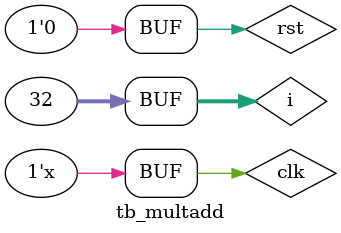
<source format=v>
`timescale 1ns / 1ps

module tb_multadd();
    reg [32-1:0] ain;
    reg [32-1:0] bin;
    reg [32-1:0] cin;
    reg rst;
    reg clk;
    wire [64-1:0] res;
    
    integer i;
    
    initial begin
        clk <= 0;
        rst <= 0;
        for(i = 0; i < 32; i = i + 1) begin
            ain = $urandom%(2**31);
            bin = $urandom%(2**31);
            cin = $urandom%(2**31);
            #20;
        end
    end
    
    always #5 clk = ~clk;
    
    xbip_multadd_0 UUT(
        .a(ain),
        .b(bin),
        .c(cin),
        .clk(clk),
        .sclr(rst),
        .ce(1'b1),
        .p(res),
        .subtract(1'b0)
    );
endmodule

</source>
